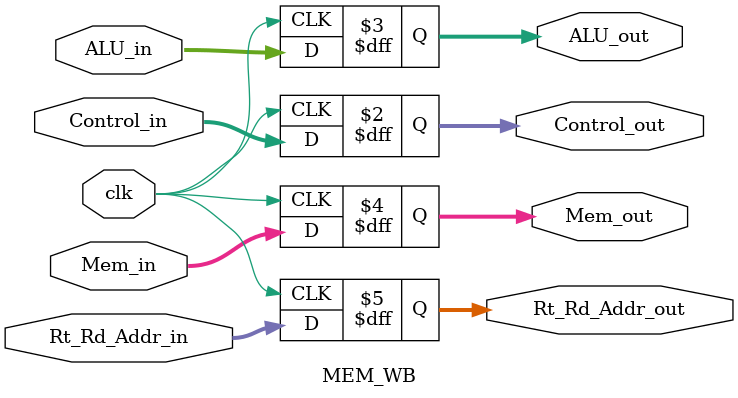
<source format=v>
module MEM_WB(
	//output
output reg[1:0]Control_out,
output reg[31:0]ALU_out,
output reg[31:0]Mem_out,
output reg[4:0]Rt_Rd_Addr_out,
	//input
input [1:0]Control_in,
input [31:0]ALU_in,
input [31:0]Mem_in,
input [4:0]Rt_Rd_Addr_in,
input clk
);
always@(posedge clk)
begin
	Control_out<=Control_in;
	ALU_out<=ALU_in;
	Mem_out<=Mem_in;
	Rt_Rd_Addr_out<=Rt_Rd_Addr_in;
end

endmodule

</source>
